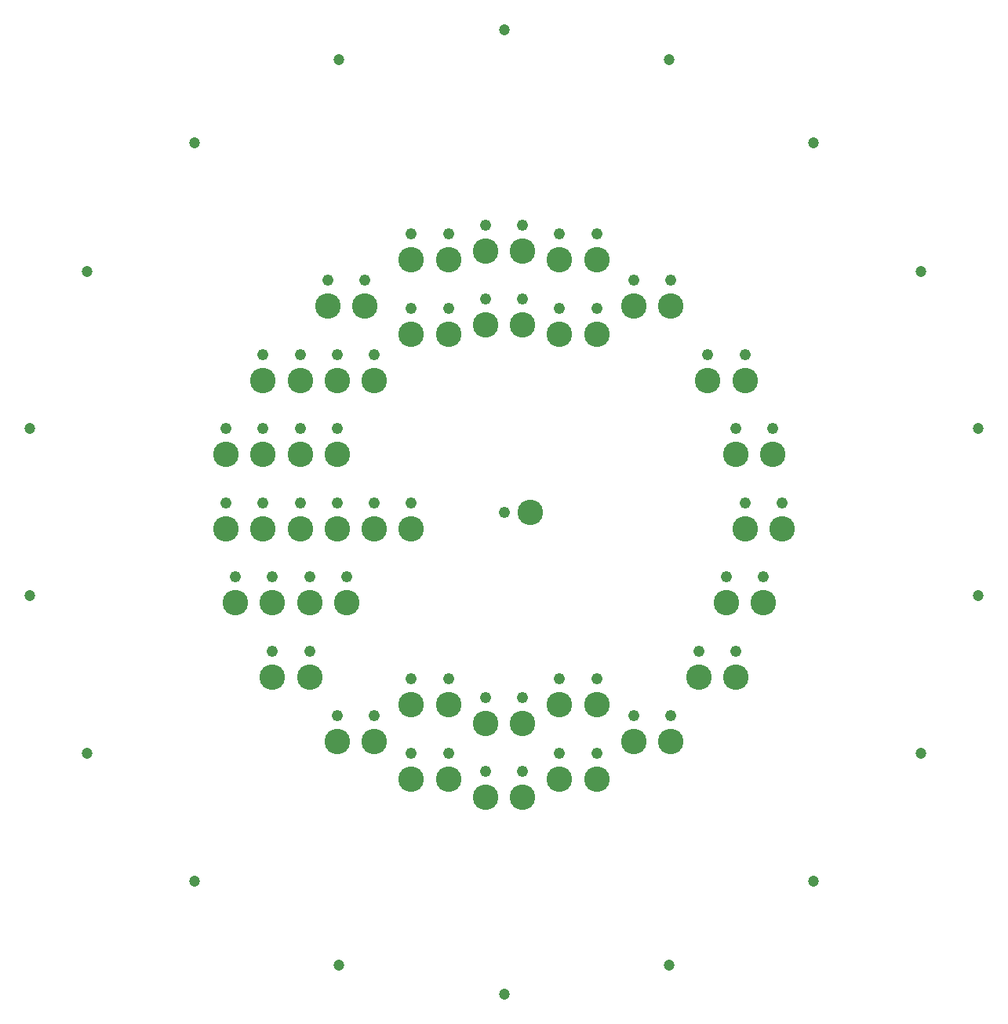
<source format=gbr>
G04 Layer_Color=8388736*
%FSLAX26Y26*%
%MOIN*%
%TF.FileFunction,Soldermask,Top*%
%TF.Part,Single*%
G01*
G75*
%TA.AperFunction,WasherPad*%
%ADD23C,0.047370*%
%TA.AperFunction,ComponentPad*%
%ADD24C,0.108000*%
%ADD25C,0.048000*%
D23*
X-1315944Y1568268D02*
D03*
X-700198Y1923780D02*
D03*
X0Y2047244D02*
D03*
X700198Y1923780D02*
D03*
X1315944Y1568280D02*
D03*
X1772966Y1023622D02*
D03*
X2016142Y355500D02*
D03*
Y-355500D02*
D03*
X1772966Y-1023622D02*
D03*
X1315944Y-1568280D02*
D03*
X700198Y-1923780D02*
D03*
X0Y-2047244D02*
D03*
X-700198Y-1923780D02*
D03*
X-1315944Y-1568280D02*
D03*
X-1772966Y-1023622D02*
D03*
X-2016142Y-355500D02*
D03*
Y355500D02*
D03*
X-1772966Y1023622D02*
D03*
D24*
X-866142Y244330D02*
D03*
X-393700Y1071102D02*
D03*
X-78740Y-897402D02*
D03*
X-1181102Y244330D02*
D03*
X-1023622Y559292D02*
D03*
X-78740Y1110472D02*
D03*
X-393700Y-818662D02*
D03*
X236220Y1071102D02*
D03*
X-393700Y756142D02*
D03*
X-78740Y795512D02*
D03*
X-708662Y-976142D02*
D03*
X551182Y874252D02*
D03*
X236220Y756142D02*
D03*
X1023622Y-70630D02*
D03*
X-826772Y-385590D02*
D03*
X866142Y559292D02*
D03*
X551182Y-976142D02*
D03*
X236220Y-1133622D02*
D03*
X-551182Y-70630D02*
D03*
X984252Y244330D02*
D03*
X-393700Y-1133622D02*
D03*
X-78740Y-1212362D02*
D03*
X-1181102Y-70630D02*
D03*
X944882Y-385590D02*
D03*
X-866142Y-70630D02*
D03*
X-826772Y-700552D02*
D03*
X-984252D02*
D03*
X-708662Y559292D02*
D03*
X826772Y-700552D02*
D03*
X-1141732Y-385590D02*
D03*
X-748032Y874252D02*
D03*
X236220Y-818662D02*
D03*
X-590552Y874252D02*
D03*
X-866142Y559292D02*
D03*
X-551182D02*
D03*
X-1023622Y244330D02*
D03*
X-708662D02*
D03*
Y-70630D02*
D03*
X-1023622D02*
D03*
X-393700D02*
D03*
X-984252Y-385590D02*
D03*
X-669292D02*
D03*
X-236220Y1071102D02*
D03*
Y756142D02*
D03*
X78740Y1110472D02*
D03*
Y795512D02*
D03*
X393700Y1071102D02*
D03*
Y756142D02*
D03*
X708662Y874252D02*
D03*
X1023622Y559292D02*
D03*
X1141732Y244330D02*
D03*
X1181102Y-70630D02*
D03*
X1102362Y-385590D02*
D03*
X984252Y-700552D02*
D03*
X-551182Y-976142D02*
D03*
X-236220Y-1133622D02*
D03*
Y-818662D02*
D03*
X78740Y-1212362D02*
D03*
Y-897402D02*
D03*
X393700Y-1133622D02*
D03*
Y-818662D02*
D03*
X708662Y-976142D02*
D03*
X110000Y0D02*
D03*
D25*
X-866142Y354330D02*
D03*
X-393700Y1181102D02*
D03*
X-78740Y-787402D02*
D03*
X-1181102Y354330D02*
D03*
X-1023622Y669292D02*
D03*
X-78740Y1220472D02*
D03*
X-393700Y-708662D02*
D03*
X236220Y1181102D02*
D03*
X-393700Y866142D02*
D03*
X-78740Y905512D02*
D03*
X-708662Y-866142D02*
D03*
X551182Y984252D02*
D03*
X236220Y866142D02*
D03*
X1023622Y39370D02*
D03*
X-826772Y-275590D02*
D03*
X866142Y669292D02*
D03*
X551182Y-866142D02*
D03*
X236220Y-1023622D02*
D03*
X-551182Y39370D02*
D03*
X984252Y354330D02*
D03*
X-393700Y-1023622D02*
D03*
X-78740Y-1102362D02*
D03*
X-1181102Y39370D02*
D03*
X944882Y-275590D02*
D03*
X-866142Y39370D02*
D03*
X-826772Y-590552D02*
D03*
X-984252D02*
D03*
X-708662Y669292D02*
D03*
X826772Y-590552D02*
D03*
X-1141732Y-275590D02*
D03*
X-748032Y984252D02*
D03*
X236220Y-708662D02*
D03*
X-590552Y984252D02*
D03*
X-866142Y669292D02*
D03*
X-551182D02*
D03*
X-1023622Y354330D02*
D03*
X-708662D02*
D03*
Y39370D02*
D03*
X-1023622D02*
D03*
X-393700D02*
D03*
X-984252Y-275590D02*
D03*
X-669292D02*
D03*
X-236220Y1181102D02*
D03*
Y866142D02*
D03*
X78740Y1220472D02*
D03*
Y905512D02*
D03*
X393700Y1181102D02*
D03*
Y866142D02*
D03*
X708662Y984252D02*
D03*
X1023622Y669292D02*
D03*
X1141732Y354330D02*
D03*
X1181102Y39370D02*
D03*
X1102362Y-275590D02*
D03*
X984252Y-590552D02*
D03*
X-551182Y-866142D02*
D03*
X-236220Y-1023622D02*
D03*
Y-708662D02*
D03*
X78740Y-1102362D02*
D03*
Y-787402D02*
D03*
X393700Y-1023622D02*
D03*
Y-708662D02*
D03*
X708662Y-866142D02*
D03*
X0Y0D02*
D03*
%TF.MD5,3571a331ad0fa8e2a0b7007e9d4ce758*%
M02*

</source>
